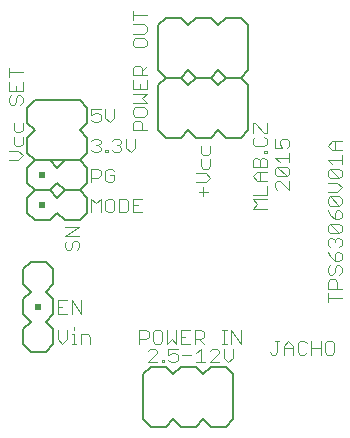
<source format=gbr>
G04 This is an RS-274x file exported by *
G04 gerbv version 2.6.0 *
G04 More information is available about gerbv at *
G04 http://gerbv.gpleda.org/ *
G04 --End of header info--*
%MOIN*%
%FSLAX34Y34*%
%IPPOS*%
G04 --Define apertures--*
%ADD10C,0.0040*%
%ADD11C,0.0060*%
%ADD12R,0.0200X0.0200*%
G04 --Start main section--*
G54D10*
G01X0002834Y0004930D02*
G01X0002987Y0005084D01*
G01X0002987Y0005084D02*
G01X0002987Y0005390D01*
G01X0003140Y0005237D02*
G01X0003217Y0005237D01*
G01X0003217Y0005237D02*
G01X0003217Y0004930D01*
G01X0003140Y0004930D02*
G01X0003294Y0004930D01*
G01X0003447Y0004930D02*
G01X0003447Y0005237D01*
G01X0003447Y0005237D02*
G01X0003678Y0005237D01*
G01X0003678Y0005237D02*
G01X0003754Y0005160D01*
G01X0003754Y0005160D02*
G01X0003754Y0004930D01*
G01X0003217Y0005390D02*
G01X0003217Y0005467D01*
G01X0003140Y0005930D02*
G01X0003140Y0006390D01*
G01X0003140Y0006390D02*
G01X0003447Y0005930D01*
G01X0003447Y0005930D02*
G01X0003447Y0006390D01*
G01X0002987Y0006390D02*
G01X0002680Y0006390D01*
G01X0002680Y0006390D02*
G01X0002680Y0005930D01*
G01X0002680Y0005930D02*
G01X0002987Y0005930D01*
G01X0002834Y0006160D02*
G01X0002680Y0006160D01*
G01X0002680Y0005390D02*
G01X0002680Y0005084D01*
G01X0002680Y0005084D02*
G01X0002834Y0004930D01*
G01X0005400Y0004930D02*
G01X0005400Y0005390D01*
G01X0005400Y0005390D02*
G01X0005631Y0005390D01*
G01X0005631Y0005390D02*
G01X0005707Y0005314D01*
G01X0005707Y0005314D02*
G01X0005707Y0005160D01*
G01X0005707Y0005160D02*
G01X0005631Y0005084D01*
G01X0005631Y0005084D02*
G01X0005400Y0005084D01*
G01X0005757Y0004765D02*
G01X0005680Y0004689D01*
G01X0005757Y0004765D02*
G01X0005910Y0004765D01*
G01X0005910Y0004765D02*
G01X0005987Y0004689D01*
G01X0005987Y0004689D02*
G01X0005987Y0004612D01*
G01X0005987Y0004612D02*
G01X0005680Y0004305D01*
G01X0005680Y0004305D02*
G01X0005987Y0004305D01*
G01X0006140Y0004305D02*
G01X0006140Y0004382D01*
G01X0006140Y0004382D02*
G01X0006217Y0004382D01*
G01X0006217Y0004382D02*
G01X0006217Y0004305D01*
G01X0006217Y0004305D02*
G01X0006140Y0004305D01*
G01X0006371Y0004382D02*
G01X0006447Y0004305D01*
G01X0006447Y0004305D02*
G01X0006601Y0004305D01*
G01X0006601Y0004305D02*
G01X0006678Y0004382D01*
G01X0006678Y0004382D02*
G01X0006678Y0004535D01*
G01X0006678Y0004535D02*
G01X0006601Y0004612D01*
G01X0006601Y0004612D02*
G01X0006524Y0004612D01*
G01X0006524Y0004612D02*
G01X0006371Y0004535D01*
G01X0006371Y0004535D02*
G01X0006371Y0004765D01*
G01X0006371Y0004765D02*
G01X0006678Y0004765D01*
G01X0006628Y0004930D02*
G01X0006628Y0005390D01*
G01X0006782Y0005390D02*
G01X0006782Y0004930D01*
G01X0006782Y0004930D02*
G01X0007088Y0004930D01*
G01X0007242Y0004930D02*
G01X0007242Y0005390D01*
G01X0007242Y0005390D02*
G01X0007472Y0005390D01*
G01X0007472Y0005390D02*
G01X0007549Y0005314D01*
G01X0007549Y0005314D02*
G01X0007549Y0005160D01*
G01X0007549Y0005160D02*
G01X0007472Y0005084D01*
G01X0007472Y0005084D02*
G01X0007242Y0005084D01*
G01X0007395Y0005084D02*
G01X0007549Y0004930D01*
G01X0007445Y0004765D02*
G01X0007445Y0004305D01*
G01X0007291Y0004305D02*
G01X0007598Y0004305D01*
G01X0007752Y0004305D02*
G01X0008059Y0004612D01*
G01X0008059Y0004612D02*
G01X0008059Y0004689D01*
G01X0008059Y0004689D02*
G01X0007982Y0004765D01*
G01X0007982Y0004765D02*
G01X0007829Y0004765D01*
G01X0007829Y0004765D02*
G01X0007752Y0004689D01*
G01X0007445Y0004765D02*
G01X0007291Y0004612D01*
G01X0007138Y0004535D02*
G01X0006831Y0004535D01*
G01X0006628Y0004930D02*
G01X0006475Y0005084D01*
G01X0006475Y0005084D02*
G01X0006321Y0004930D01*
G01X0006321Y0004930D02*
G01X0006321Y0005390D01*
G01X0006168Y0005314D02*
G01X0006091Y0005390D01*
G01X0006091Y0005390D02*
G01X0005937Y0005390D01*
G01X0005937Y0005390D02*
G01X0005861Y0005314D01*
G01X0005861Y0005314D02*
G01X0005861Y0005007D01*
G01X0005861Y0005007D02*
G01X0005937Y0004930D01*
G01X0005937Y0004930D02*
G01X0006091Y0004930D01*
G01X0006091Y0004930D02*
G01X0006168Y0005007D01*
G01X0006168Y0005007D02*
G01X0006168Y0005314D01*
G01X0006782Y0005390D02*
G01X0007088Y0005390D01*
G01X0006935Y0005160D02*
G01X0006782Y0005160D01*
G01X0007752Y0004305D02*
G01X0008059Y0004305D01*
G01X0008212Y0004459D02*
G01X0008366Y0004305D01*
G01X0008366Y0004305D02*
G01X0008519Y0004459D01*
G01X0008519Y0004459D02*
G01X0008519Y0004765D01*
G01X0008470Y0004930D02*
G01X0008470Y0005390D01*
G01X0008470Y0005390D02*
G01X0008777Y0004930D01*
G01X0008777Y0004930D02*
G01X0008777Y0005390D01*
G01X0008316Y0005390D02*
G01X0008163Y0005390D01*
G01X0008239Y0005390D02*
G01X0008239Y0004930D01*
G01X0008163Y0004930D02*
G01X0008316Y0004930D01*
G01X0008212Y0004765D02*
G01X0008212Y0004459D01*
G01X0009753Y0004632D02*
G01X0009830Y0004555D01*
G01X0009830Y0004555D02*
G01X0009907Y0004555D01*
G01X0009907Y0004555D02*
G01X0009983Y0004632D01*
G01X0009983Y0004632D02*
G01X0009983Y0005015D01*
G01X0009907Y0005015D02*
G01X0010060Y0005015D01*
G01X0010213Y0004862D02*
G01X0010367Y0005015D01*
G01X0010367Y0005015D02*
G01X0010520Y0004862D01*
G01X0010520Y0004862D02*
G01X0010520Y0004555D01*
G01X0010674Y0004632D02*
G01X0010751Y0004555D01*
G01X0010751Y0004555D02*
G01X0010904Y0004555D01*
G01X0010904Y0004555D02*
G01X0010981Y0004632D01*
G01X0011134Y0004555D02*
G01X0011134Y0005015D01*
G01X0010981Y0004939D02*
G01X0010904Y0005015D01*
G01X0010904Y0005015D02*
G01X0010751Y0005015D01*
G01X0010751Y0005015D02*
G01X0010674Y0004939D01*
G01X0010674Y0004939D02*
G01X0010674Y0004632D01*
G01X0010520Y0004785D02*
G01X0010213Y0004785D01*
G01X0010213Y0004862D02*
G01X0010213Y0004555D01*
G01X0011134Y0004785D02*
G01X0011441Y0004785D01*
G01X0011595Y0004939D02*
G01X0011595Y0004632D01*
G01X0011595Y0004632D02*
G01X0011671Y0004555D01*
G01X0011671Y0004555D02*
G01X0011825Y0004555D01*
G01X0011825Y0004555D02*
G01X0011902Y0004632D01*
G01X0011902Y0004632D02*
G01X0011902Y0004939D01*
G01X0011902Y0004939D02*
G01X0011825Y0005015D01*
G01X0011825Y0005015D02*
G01X0011671Y0005015D01*
G01X0011671Y0005015D02*
G01X0011595Y0004939D01*
G01X0011441Y0005015D02*
G01X0011441Y0004555D01*
G01X0011680Y0006305D02*
G01X0011680Y0006612D01*
G01X0011680Y0006459D02*
G01X0012140Y0006459D01*
G01X0012140Y0006765D02*
G01X0011680Y0006765D01*
G01X0011680Y0006765D02*
G01X0011680Y0006996D01*
G01X0011680Y0006996D02*
G01X0011756Y0007072D01*
G01X0011756Y0007072D02*
G01X0011910Y0007072D01*
G01X0011910Y0007072D02*
G01X0011987Y0006996D01*
G01X0011987Y0006996D02*
G01X0011987Y0006765D01*
G01X0012063Y0007226D02*
G01X0012140Y0007303D01*
G01X0012140Y0007303D02*
G01X0012140Y0007456D01*
G01X0012140Y0007456D02*
G01X0012063Y0007533D01*
G01X0012063Y0007533D02*
G01X0011987Y0007533D01*
G01X0011987Y0007533D02*
G01X0011910Y0007456D01*
G01X0011910Y0007456D02*
G01X0011910Y0007303D01*
G01X0011910Y0007303D02*
G01X0011833Y0007226D01*
G01X0011833Y0007226D02*
G01X0011756Y0007226D01*
G01X0011756Y0007226D02*
G01X0011680Y0007303D01*
G01X0011680Y0007303D02*
G01X0011680Y0007456D01*
G01X0011680Y0007456D02*
G01X0011756Y0007533D01*
G01X0011910Y0007686D02*
G01X0011910Y0007916D01*
G01X0011910Y0007916D02*
G01X0011987Y0007993D01*
G01X0011987Y0007993D02*
G01X0012063Y0007993D01*
G01X0012063Y0007993D02*
G01X0012140Y0007916D01*
G01X0012140Y0007916D02*
G01X0012140Y0007763D01*
G01X0012140Y0007763D02*
G01X0012063Y0007686D01*
G01X0012063Y0007686D02*
G01X0011910Y0007686D01*
G01X0011910Y0007686D02*
G01X0011756Y0007840D01*
G01X0011756Y0007840D02*
G01X0011680Y0007993D01*
G01X0011756Y0008147D02*
G01X0011680Y0008223D01*
G01X0011680Y0008223D02*
G01X0011680Y0008377D01*
G01X0011680Y0008377D02*
G01X0011756Y0008454D01*
G01X0011756Y0008454D02*
G01X0011833Y0008454D01*
G01X0011833Y0008454D02*
G01X0011910Y0008377D01*
G01X0011910Y0008377D02*
G01X0011987Y0008454D01*
G01X0011987Y0008454D02*
G01X0012063Y0008454D01*
G01X0012063Y0008454D02*
G01X0012140Y0008377D01*
G01X0012140Y0008377D02*
G01X0012140Y0008223D01*
G01X0012140Y0008223D02*
G01X0012063Y0008147D01*
G01X0011910Y0008300D02*
G01X0011910Y0008377D01*
G01X0011756Y0008607D02*
G01X0011680Y0008684D01*
G01X0011680Y0008684D02*
G01X0011680Y0008837D01*
G01X0011680Y0008837D02*
G01X0011756Y0008914D01*
G01X0011756Y0008914D02*
G01X0012063Y0008607D01*
G01X0012063Y0008607D02*
G01X0012140Y0008684D01*
G01X0012140Y0008684D02*
G01X0012140Y0008837D01*
G01X0012140Y0008837D02*
G01X0012063Y0008914D01*
G01X0012063Y0008914D02*
G01X0011756Y0008914D01*
G01X0011910Y0009067D02*
G01X0011910Y0009298D01*
G01X0011910Y0009298D02*
G01X0011987Y0009374D01*
G01X0011987Y0009374D02*
G01X0012063Y0009374D01*
G01X0012063Y0009374D02*
G01X0012140Y0009298D01*
G01X0012140Y0009298D02*
G01X0012140Y0009144D01*
G01X0012140Y0009144D02*
G01X0012063Y0009067D01*
G01X0012063Y0009067D02*
G01X0011910Y0009067D01*
G01X0011910Y0009067D02*
G01X0011756Y0009221D01*
G01X0011756Y0009221D02*
G01X0011680Y0009374D01*
G01X0011756Y0009528D02*
G01X0011680Y0009605D01*
G01X0011680Y0009605D02*
G01X0011680Y0009758D01*
G01X0011680Y0009758D02*
G01X0011756Y0009835D01*
G01X0011756Y0009835D02*
G01X0012063Y0009528D01*
G01X0012063Y0009528D02*
G01X0012140Y0009605D01*
G01X0012140Y0009605D02*
G01X0012140Y0009758D01*
G01X0012140Y0009758D02*
G01X0012063Y0009835D01*
G01X0012063Y0009835D02*
G01X0011756Y0009835D01*
G01X0011680Y0009988D02*
G01X0011987Y0009988D01*
G01X0011987Y0009988D02*
G01X0012140Y0010142D01*
G01X0012140Y0010142D02*
G01X0011987Y0010295D01*
G01X0011987Y0010295D02*
G01X0011680Y0010295D01*
G01X0011756Y0010449D02*
G01X0011680Y0010525D01*
G01X0011680Y0010525D02*
G01X0011680Y0010679D01*
G01X0011680Y0010679D02*
G01X0011756Y0010756D01*
G01X0011756Y0010756D02*
G01X0012063Y0010449D01*
G01X0012063Y0010449D02*
G01X0012140Y0010525D01*
G01X0012140Y0010525D02*
G01X0012140Y0010679D01*
G01X0012140Y0010679D02*
G01X0012063Y0010756D01*
G01X0012063Y0010756D02*
G01X0011756Y0010756D01*
G01X0011833Y0010909D02*
G01X0011680Y0011062D01*
G01X0011680Y0011062D02*
G01X0012140Y0011062D01*
G01X0012140Y0010909D02*
G01X0012140Y0011216D01*
G01X0012140Y0011369D02*
G01X0011833Y0011369D01*
G01X0011833Y0011369D02*
G01X0011680Y0011523D01*
G01X0011680Y0011523D02*
G01X0011833Y0011676D01*
G01X0011833Y0011676D02*
G01X0012140Y0011676D01*
G01X0011910Y0011676D02*
G01X0011910Y0011369D01*
G01X0012063Y0010449D02*
G01X0011756Y0010449D01*
G01X0011756Y0009528D02*
G01X0012063Y0009528D01*
G01X0012063Y0008607D02*
G01X0011756Y0008607D01*
G01X0010390Y0010055D02*
G01X0010083Y0010362D01*
G01X0010083Y0010362D02*
G01X0010006Y0010362D01*
G01X0010006Y0010362D02*
G01X0009930Y0010285D01*
G01X0009930Y0010285D02*
G01X0009930Y0010132D01*
G01X0009930Y0010132D02*
G01X0010006Y0010055D01*
G01X0010390Y0010055D02*
G01X0010390Y0010362D01*
G01X0010313Y0010515D02*
G01X0010006Y0010822D01*
G01X0010006Y0010822D02*
G01X0010313Y0010822D01*
G01X0010313Y0010822D02*
G01X0010390Y0010746D01*
G01X0010390Y0010746D02*
G01X0010390Y0010592D01*
G01X0010390Y0010592D02*
G01X0010313Y0010515D01*
G01X0010313Y0010515D02*
G01X0010006Y0010515D01*
G01X0010006Y0010515D02*
G01X0009930Y0010592D01*
G01X0009930Y0010592D02*
G01X0009930Y0010746D01*
G01X0009930Y0010746D02*
G01X0010006Y0010822D01*
G01X0010083Y0010976D02*
G01X0009930Y0011129D01*
G01X0009930Y0011129D02*
G01X0010390Y0011129D01*
G01X0010390Y0010976D02*
G01X0010390Y0011283D01*
G01X0010313Y0011436D02*
G01X0010390Y0011513D01*
G01X0010390Y0011513D02*
G01X0010390Y0011666D01*
G01X0010390Y0011666D02*
G01X0010313Y0011743D01*
G01X0010313Y0011743D02*
G01X0010160Y0011743D01*
G01X0010160Y0011743D02*
G01X0010083Y0011666D01*
G01X0010083Y0011666D02*
G01X0010083Y0011590D01*
G01X0010083Y0011590D02*
G01X0010160Y0011436D01*
G01X0010160Y0011436D02*
G01X0009930Y0011436D01*
G01X0009930Y0011436D02*
G01X0009930Y0011743D01*
G01X0009640Y0011732D02*
G01X0009640Y0011579D01*
G01X0009640Y0011579D02*
G01X0009563Y0011502D01*
G01X0009563Y0011502D02*
G01X0009256Y0011502D01*
G01X0009256Y0011502D02*
G01X0009180Y0011579D01*
G01X0009180Y0011579D02*
G01X0009180Y0011732D01*
G01X0009180Y0011732D02*
G01X0009256Y0011809D01*
G01X0009180Y0011962D02*
G01X0009180Y0012269D01*
G01X0009180Y0012269D02*
G01X0009256Y0012269D01*
G01X0009256Y0012269D02*
G01X0009563Y0011962D01*
G01X0009563Y0011962D02*
G01X0009640Y0011962D01*
G01X0009640Y0011962D02*
G01X0009640Y0012269D01*
G01X0009563Y0011809D02*
G01X0009640Y0011732D01*
G01X0009640Y0011348D02*
G01X0009563Y0011348D01*
G01X0009563Y0011348D02*
G01X0009563Y0011272D01*
G01X0009563Y0011272D02*
G01X0009640Y0011272D01*
G01X0009640Y0011272D02*
G01X0009640Y0011348D01*
G01X0009563Y0011118D02*
G01X0009640Y0011041D01*
G01X0009640Y0011041D02*
G01X0009640Y0010811D01*
G01X0009640Y0010811D02*
G01X0009180Y0010811D01*
G01X0009180Y0010811D02*
G01X0009180Y0011041D01*
G01X0009180Y0011041D02*
G01X0009256Y0011118D01*
G01X0009256Y0011118D02*
G01X0009333Y0011118D01*
G01X0009333Y0011118D02*
G01X0009410Y0011041D01*
G01X0009410Y0011041D02*
G01X0009410Y0010811D01*
G01X0009410Y0010658D02*
G01X0009410Y0010351D01*
G01X0009333Y0010351D02*
G01X0009180Y0010504D01*
G01X0009180Y0010504D02*
G01X0009333Y0010658D01*
G01X0009333Y0010658D02*
G01X0009640Y0010658D01*
G01X0009640Y0010351D02*
G01X0009333Y0010351D01*
G01X0009640Y0010197D02*
G01X0009640Y0009890D01*
G01X0009640Y0009890D02*
G01X0009180Y0009890D01*
G01X0009180Y0009737D02*
G01X0009640Y0009737D01*
G01X0009640Y0009430D02*
G01X0009180Y0009430D01*
G01X0009180Y0009430D02*
G01X0009333Y0009584D01*
G01X0009333Y0009584D02*
G01X0009180Y0009737D01*
G01X0009410Y0011041D02*
G01X0009487Y0011118D01*
G01X0009487Y0011118D02*
G01X0009563Y0011118D01*
G01X0007765Y0011066D02*
G01X0007765Y0010836D01*
G01X0007765Y0010836D02*
G01X0007688Y0010759D01*
G01X0007688Y0010759D02*
G01X0007535Y0010759D01*
G01X0007535Y0010759D02*
G01X0007458Y0010836D01*
G01X0007458Y0010836D02*
G01X0007458Y0011066D01*
G01X0007535Y0011220D02*
G01X0007688Y0011220D01*
G01X0007688Y0011220D02*
G01X0007765Y0011296D01*
G01X0007765Y0011296D02*
G01X0007765Y0011527D01*
G01X0007458Y0011527D02*
G01X0007458Y0011296D01*
G01X0007458Y0011296D02*
G01X0007535Y0011220D01*
G01X0007612Y0010606D02*
G01X0007305Y0010606D01*
G01X0007305Y0010299D02*
G01X0007612Y0010299D01*
G01X0007612Y0010299D02*
G01X0007765Y0010452D01*
G01X0007765Y0010452D02*
G01X0007612Y0010606D01*
G01X0007535Y0010145D02*
G01X0007535Y0009838D01*
G01X0007381Y0009992D02*
G01X0007688Y0009992D01*
G01X0005493Y0009765D02*
G01X0005186Y0009765D01*
G01X0005186Y0009765D02*
G01X0005186Y0009305D01*
G01X0005186Y0009305D02*
G01X0005493Y0009305D01*
G01X0005340Y0009535D02*
G01X0005186Y0009535D01*
G01X0005033Y0009382D02*
G01X0005033Y0009689D01*
G01X0005033Y0009689D02*
G01X0004956Y0009765D01*
G01X0004956Y0009765D02*
G01X0004726Y0009765D01*
G01X0004726Y0009765D02*
G01X0004726Y0009305D01*
G01X0004726Y0009305D02*
G01X0004956Y0009305D01*
G01X0004956Y0009305D02*
G01X0005033Y0009382D01*
G01X0004572Y0009382D02*
G01X0004572Y0009689D01*
G01X0004572Y0009689D02*
G01X0004496Y0009765D01*
G01X0004496Y0009765D02*
G01X0004342Y0009765D01*
G01X0004342Y0009765D02*
G01X0004265Y0009689D01*
G01X0004265Y0009689D02*
G01X0004265Y0009382D01*
G01X0004265Y0009382D02*
G01X0004342Y0009305D01*
G01X0004342Y0009305D02*
G01X0004496Y0009305D01*
G01X0004496Y0009305D02*
G01X0004572Y0009382D01*
G01X0004112Y0009305D02*
G01X0004112Y0009765D01*
G01X0004112Y0009765D02*
G01X0003959Y0009612D01*
G01X0003959Y0009612D02*
G01X0003805Y0009765D01*
G01X0003805Y0009765D02*
G01X0003805Y0009305D01*
G01X0003390Y0008822D02*
G01X0002930Y0008822D01*
G01X0002930Y0008515D02*
G01X0003390Y0008822D01*
G01X0003390Y0008515D02*
G01X0002930Y0008515D01*
G01X0003006Y0008362D02*
G01X0002930Y0008285D01*
G01X0002930Y0008285D02*
G01X0002930Y0008132D01*
G01X0002930Y0008132D02*
G01X0003006Y0008055D01*
G01X0003006Y0008055D02*
G01X0003083Y0008055D01*
G01X0003083Y0008055D02*
G01X0003160Y0008132D01*
G01X0003160Y0008132D02*
G01X0003160Y0008285D01*
G01X0003160Y0008285D02*
G01X0003237Y0008362D01*
G01X0003237Y0008362D02*
G01X0003313Y0008362D01*
G01X0003313Y0008362D02*
G01X0003390Y0008285D01*
G01X0003390Y0008285D02*
G01X0003390Y0008132D01*
G01X0003390Y0008132D02*
G01X0003313Y0008055D01*
G01X0003805Y0010305D02*
G01X0003805Y0010765D01*
G01X0003805Y0010765D02*
G01X0004035Y0010765D01*
G01X0004035Y0010765D02*
G01X0004112Y0010689D01*
G01X0004112Y0010689D02*
G01X0004112Y0010535D01*
G01X0004112Y0010535D02*
G01X0004035Y0010459D01*
G01X0004035Y0010459D02*
G01X0003805Y0010459D01*
G01X0004265Y0010382D02*
G01X0004342Y0010305D01*
G01X0004342Y0010305D02*
G01X0004496Y0010305D01*
G01X0004496Y0010305D02*
G01X0004572Y0010382D01*
G01X0004572Y0010382D02*
G01X0004572Y0010535D01*
G01X0004572Y0010535D02*
G01X0004419Y0010535D01*
G01X0004572Y0010689D02*
G01X0004496Y0010765D01*
G01X0004496Y0010765D02*
G01X0004342Y0010765D01*
G01X0004342Y0010765D02*
G01X0004265Y0010689D01*
G01X0004265Y0010689D02*
G01X0004265Y0010382D01*
G01X0004265Y0011305D02*
G01X0004342Y0011305D01*
G01X0004342Y0011305D02*
G01X0004342Y0011382D01*
G01X0004342Y0011382D02*
G01X0004265Y0011382D01*
G01X0004265Y0011382D02*
G01X0004265Y0011305D01*
G01X0004112Y0011382D02*
G01X0004112Y0011459D01*
G01X0004112Y0011459D02*
G01X0004035Y0011535D01*
G01X0004035Y0011535D02*
G01X0003959Y0011535D01*
G01X0004035Y0011535D02*
G01X0004112Y0011612D01*
G01X0004112Y0011612D02*
G01X0004112Y0011689D01*
G01X0004112Y0011689D02*
G01X0004035Y0011765D01*
G01X0004035Y0011765D02*
G01X0003882Y0011765D01*
G01X0003882Y0011765D02*
G01X0003805Y0011689D01*
G01X0003805Y0011382D02*
G01X0003882Y0011305D01*
G01X0003882Y0011305D02*
G01X0004035Y0011305D01*
G01X0004035Y0011305D02*
G01X0004112Y0011382D01*
G01X0004496Y0011382D02*
G01X0004572Y0011305D01*
G01X0004572Y0011305D02*
G01X0004726Y0011305D01*
G01X0004726Y0011305D02*
G01X0004803Y0011382D01*
G01X0004803Y0011382D02*
G01X0004803Y0011459D01*
G01X0004803Y0011459D02*
G01X0004726Y0011535D01*
G01X0004726Y0011535D02*
G01X0004649Y0011535D01*
G01X0004726Y0011535D02*
G01X0004803Y0011612D01*
G01X0004803Y0011612D02*
G01X0004803Y0011689D01*
G01X0004803Y0011689D02*
G01X0004726Y0011765D01*
G01X0004726Y0011765D02*
G01X0004572Y0011765D01*
G01X0004572Y0011765D02*
G01X0004496Y0011689D01*
G01X0004956Y0011765D02*
G01X0004956Y0011459D01*
G01X0004956Y0011459D02*
G01X0005109Y0011305D01*
G01X0005109Y0011305D02*
G01X0005263Y0011459D01*
G01X0005263Y0011459D02*
G01X0005263Y0011765D01*
G01X0005180Y0012037D02*
G01X0005180Y0012267D01*
G01X0005180Y0012267D02*
G01X0005256Y0012343D01*
G01X0005256Y0012343D02*
G01X0005410Y0012343D01*
G01X0005410Y0012343D02*
G01X0005487Y0012267D01*
G01X0005487Y0012267D02*
G01X0005487Y0012037D01*
G01X0005640Y0012037D02*
G01X0005180Y0012037D01*
G01X0005256Y0012497D02*
G01X0005563Y0012497D01*
G01X0005563Y0012497D02*
G01X0005640Y0012574D01*
G01X0005640Y0012574D02*
G01X0005640Y0012727D01*
G01X0005640Y0012727D02*
G01X0005563Y0012804D01*
G01X0005563Y0012804D02*
G01X0005256Y0012804D01*
G01X0005256Y0012804D02*
G01X0005180Y0012727D01*
G01X0005180Y0012727D02*
G01X0005180Y0012574D01*
G01X0005180Y0012574D02*
G01X0005256Y0012497D01*
G01X0005180Y0012957D02*
G01X0005640Y0012957D01*
G01X0005640Y0012957D02*
G01X0005487Y0013111D01*
G01X0005487Y0013111D02*
G01X0005640Y0013264D01*
G01X0005640Y0013264D02*
G01X0005180Y0013264D01*
G01X0005180Y0013418D02*
G01X0005640Y0013418D01*
G01X0005640Y0013418D02*
G01X0005640Y0013725D01*
G01X0005640Y0013878D02*
G01X0005180Y0013878D01*
G01X0005180Y0013878D02*
G01X0005180Y0014108D01*
G01X0005180Y0014108D02*
G01X0005256Y0014185D01*
G01X0005256Y0014185D02*
G01X0005410Y0014185D01*
G01X0005410Y0014185D02*
G01X0005487Y0014108D01*
G01X0005487Y0014108D02*
G01X0005487Y0013878D01*
G01X0005487Y0014031D02*
G01X0005640Y0014185D01*
G01X0005180Y0013725D02*
G01X0005180Y0013418D01*
G01X0005410Y0013418D02*
G01X0005410Y0013571D01*
G01X0004572Y0012765D02*
G01X0004572Y0012458D01*
G01X0004572Y0012458D02*
G01X0004419Y0012305D01*
G01X0004419Y0012305D02*
G01X0004265Y0012458D01*
G01X0004265Y0012458D02*
G01X0004265Y0012765D01*
G01X0004112Y0012765D02*
G01X0003805Y0012765D01*
G01X0003805Y0012765D02*
G01X0003805Y0012535D01*
G01X0003805Y0012535D02*
G01X0003959Y0012612D01*
G01X0003959Y0012612D02*
G01X0004035Y0012612D01*
G01X0004035Y0012612D02*
G01X0004112Y0012535D01*
G01X0004112Y0012535D02*
G01X0004112Y0012382D01*
G01X0004112Y0012382D02*
G01X0004035Y0012305D01*
G01X0004035Y0012305D02*
G01X0003882Y0012305D01*
G01X0003882Y0012305D02*
G01X0003805Y0012382D01*
G01X0001515Y0012283D02*
G01X0001515Y0012053D01*
G01X0001515Y0012053D02*
G01X0001438Y0011976D01*
G01X0001438Y0011976D02*
G01X0001285Y0011976D01*
G01X0001285Y0011976D02*
G01X0001208Y0012053D01*
G01X0001208Y0012053D02*
G01X0001208Y0012283D01*
G01X0001208Y0011822D02*
G01X0001208Y0011592D01*
G01X0001208Y0011592D02*
G01X0001285Y0011515D01*
G01X0001285Y0011515D02*
G01X0001438Y0011515D01*
G01X0001438Y0011515D02*
G01X0001515Y0011592D01*
G01X0001515Y0011592D02*
G01X0001515Y0011822D01*
G01X0001362Y0011362D02*
G01X0001055Y0011362D01*
G01X0001055Y0011055D02*
G01X0001362Y0011055D01*
G01X0001362Y0011055D02*
G01X0001515Y0011208D01*
G01X0001515Y0011208D02*
G01X0001362Y0011362D01*
G01X0001438Y0012897D02*
G01X0001515Y0012973D01*
G01X0001515Y0012973D02*
G01X0001515Y0013127D01*
G01X0001515Y0013127D02*
G01X0001438Y0013204D01*
G01X0001438Y0013204D02*
G01X0001362Y0013204D01*
G01X0001362Y0013204D02*
G01X0001285Y0013127D01*
G01X0001285Y0013127D02*
G01X0001285Y0012973D01*
G01X0001285Y0012973D02*
G01X0001208Y0012897D01*
G01X0001208Y0012897D02*
G01X0001131Y0012897D01*
G01X0001131Y0012897D02*
G01X0001055Y0012973D01*
G01X0001055Y0012973D02*
G01X0001055Y0013127D01*
G01X0001055Y0013127D02*
G01X0001131Y0013204D01*
G01X0001055Y0013357D02*
G01X0001515Y0013357D01*
G01X0001515Y0013357D02*
G01X0001515Y0013664D01*
G01X0001285Y0013510D02*
G01X0001285Y0013357D01*
G01X0001055Y0013357D02*
G01X0001055Y0013664D01*
G01X0001055Y0013817D02*
G01X0001055Y0014124D01*
G01X0001055Y0013971D02*
G01X0001515Y0013971D01*
G01X0005180Y0014876D02*
G01X0005256Y0014799D01*
G01X0005256Y0014799D02*
G01X0005563Y0014799D01*
G01X0005563Y0014799D02*
G01X0005640Y0014876D01*
G01X0005640Y0014876D02*
G01X0005640Y0015029D01*
G01X0005640Y0015029D02*
G01X0005563Y0015106D01*
G01X0005563Y0015106D02*
G01X0005256Y0015106D01*
G01X0005256Y0015106D02*
G01X0005180Y0015029D01*
G01X0005180Y0015029D02*
G01X0005180Y0014876D01*
G01X0005180Y0015259D02*
G01X0005563Y0015259D01*
G01X0005563Y0015259D02*
G01X0005640Y0015336D01*
G01X0005640Y0015336D02*
G01X0005640Y0015489D01*
G01X0005640Y0015489D02*
G01X0005563Y0015566D01*
G01X0005563Y0015566D02*
G01X0005180Y0015566D01*
G01X0005180Y0015720D02*
G01X0005180Y0016026D01*
G01X0005180Y0015873D02*
G01X0005640Y0015873D01*
G54D11*
G01X0002285Y0004660D02*
G01X0001785Y0004660D01*
G01X0001785Y0004660D02*
G01X0001535Y0004910D01*
G01X0001535Y0004910D02*
G01X0001535Y0005410D01*
G01X0001535Y0005410D02*
G01X0001785Y0005660D01*
G01X0001785Y0005660D02*
G01X0001535Y0005910D01*
G01X0001535Y0005910D02*
G01X0001535Y0006410D01*
G01X0001535Y0006410D02*
G01X0001785Y0006660D01*
G01X0001785Y0006660D02*
G01X0001535Y0006910D01*
G01X0001535Y0006910D02*
G01X0001535Y0007410D01*
G01X0001535Y0007410D02*
G01X0001785Y0007660D01*
G01X0001785Y0007660D02*
G01X0002285Y0007660D01*
G01X0002285Y0007660D02*
G01X0002535Y0007410D01*
G01X0002535Y0007410D02*
G01X0002535Y0006910D01*
G01X0002535Y0006910D02*
G01X0002285Y0006660D01*
G01X0002285Y0006660D02*
G01X0002535Y0006410D01*
G01X0002535Y0006410D02*
G01X0002535Y0005910D01*
G01X0002535Y0005910D02*
G01X0002285Y0005660D01*
G01X0002285Y0005660D02*
G01X0002535Y0005410D01*
G01X0002535Y0005410D02*
G01X0002535Y0004910D01*
G01X0002535Y0004910D02*
G01X0002285Y0004660D01*
G01X0005535Y0003910D02*
G01X0005535Y0002410D01*
G01X0005535Y0002410D02*
G01X0005785Y0002160D01*
G01X0005785Y0002160D02*
G01X0006285Y0002160D01*
G01X0006285Y0002160D02*
G01X0006535Y0002410D01*
G01X0006535Y0002410D02*
G01X0006785Y0002160D01*
G01X0006785Y0002160D02*
G01X0007285Y0002160D01*
G01X0007285Y0002160D02*
G01X0007535Y0002410D01*
G01X0007535Y0002410D02*
G01X0007785Y0002160D01*
G01X0007785Y0002160D02*
G01X0008285Y0002160D01*
G01X0008285Y0002160D02*
G01X0008535Y0002410D01*
G01X0008535Y0002410D02*
G01X0008535Y0003910D01*
G01X0008535Y0003910D02*
G01X0008285Y0004160D01*
G01X0008285Y0004160D02*
G01X0007785Y0004160D01*
G01X0007785Y0004160D02*
G01X0007535Y0003910D01*
G01X0007535Y0003910D02*
G01X0007285Y0004160D01*
G01X0007285Y0004160D02*
G01X0006785Y0004160D01*
G01X0006785Y0004160D02*
G01X0006535Y0003910D01*
G01X0006535Y0003910D02*
G01X0006285Y0004160D01*
G01X0006285Y0004160D02*
G01X0005785Y0004160D01*
G01X0005785Y0004160D02*
G01X0005535Y0003910D01*
G01X0003410Y0009035D02*
G01X0002910Y0009035D01*
G01X0002910Y0009035D02*
G01X0002660Y0009285D01*
G01X0002660Y0009285D02*
G01X0002410Y0009035D01*
G01X0002410Y0009035D02*
G01X0001910Y0009035D01*
G01X0001910Y0009035D02*
G01X0001660Y0009285D01*
G01X0001660Y0009285D02*
G01X0001660Y0009785D01*
G01X0001660Y0009785D02*
G01X0001910Y0010035D01*
G01X0001910Y0010035D02*
G01X0001660Y0010285D01*
G01X0001660Y0010285D02*
G01X0001660Y0010785D01*
G01X0001660Y0010785D02*
G01X0001910Y0011035D01*
G01X0001910Y0011035D02*
G01X0002410Y0011035D01*
G01X0002410Y0011035D02*
G01X0002660Y0010785D01*
G01X0002660Y0010785D02*
G01X0002910Y0011035D01*
G01X0002910Y0011035D02*
G01X0003410Y0011035D01*
G01X0003410Y0011035D02*
G01X0003660Y0010785D01*
G01X0003660Y0010785D02*
G01X0003660Y0010285D01*
G01X0003660Y0010285D02*
G01X0003410Y0010035D01*
G01X0003410Y0010035D02*
G01X0002910Y0010035D01*
G01X0002910Y0010035D02*
G01X0002660Y0010285D01*
G01X0002660Y0010285D02*
G01X0002410Y0010035D01*
G01X0002410Y0010035D02*
G01X0001910Y0010035D01*
G01X0001910Y0010035D02*
G01X0002410Y0010035D01*
G01X0002410Y0010035D02*
G01X0002660Y0009785D01*
G01X0002660Y0009785D02*
G01X0002910Y0010035D01*
G01X0002910Y0010035D02*
G01X0003410Y0010035D01*
G01X0003410Y0010035D02*
G01X0003660Y0009785D01*
G01X0003660Y0009785D02*
G01X0003660Y0009285D01*
G01X0003660Y0009285D02*
G01X0003410Y0009035D01*
G01X0003410Y0011035D02*
G01X0001910Y0011035D01*
G01X0001910Y0011035D02*
G01X0001660Y0011285D01*
G01X0001660Y0011285D02*
G01X0001660Y0011785D01*
G01X0001660Y0011785D02*
G01X0001910Y0012035D01*
G01X0001910Y0012035D02*
G01X0001660Y0012285D01*
G01X0001660Y0012285D02*
G01X0001660Y0012785D01*
G01X0001660Y0012785D02*
G01X0001910Y0013035D01*
G01X0001910Y0013035D02*
G01X0003410Y0013035D01*
G01X0003410Y0013035D02*
G01X0003660Y0012785D01*
G01X0003660Y0012785D02*
G01X0003660Y0012285D01*
G01X0003660Y0012285D02*
G01X0003410Y0012035D01*
G01X0003410Y0012035D02*
G01X0003660Y0011785D01*
G01X0003660Y0011785D02*
G01X0003660Y0011285D01*
G01X0003660Y0011285D02*
G01X0003410Y0011035D01*
G01X0006035Y0012035D02*
G01X0006285Y0011785D01*
G01X0006285Y0011785D02*
G01X0006785Y0011785D01*
G01X0006785Y0011785D02*
G01X0007035Y0012035D01*
G01X0007035Y0012035D02*
G01X0007285Y0011785D01*
G01X0007285Y0011785D02*
G01X0007785Y0011785D01*
G01X0007785Y0011785D02*
G01X0008035Y0012035D01*
G01X0008035Y0012035D02*
G01X0008285Y0011785D01*
G01X0008285Y0011785D02*
G01X0008785Y0011785D01*
G01X0008785Y0011785D02*
G01X0009035Y0012035D01*
G01X0009035Y0012035D02*
G01X0009035Y0013535D01*
G01X0009035Y0013535D02*
G01X0008785Y0013785D01*
G01X0008785Y0013785D02*
G01X0008285Y0013785D01*
G01X0008285Y0013785D02*
G01X0008035Y0013535D01*
G01X0008035Y0013535D02*
G01X0007785Y0013785D01*
G01X0007785Y0013785D02*
G01X0007285Y0013785D01*
G01X0007285Y0013785D02*
G01X0007035Y0013535D01*
G01X0007035Y0013535D02*
G01X0006785Y0013785D01*
G01X0006785Y0013785D02*
G01X0006285Y0013785D01*
G01X0006285Y0013785D02*
G01X0006035Y0013535D01*
G01X0006035Y0013535D02*
G01X0006035Y0012035D01*
G01X0006285Y0013785D02*
G01X0006035Y0014035D01*
G01X0006035Y0014035D02*
G01X0006035Y0015535D01*
G01X0006035Y0015535D02*
G01X0006285Y0015785D01*
G01X0006285Y0015785D02*
G01X0006785Y0015785D01*
G01X0006785Y0015785D02*
G01X0007035Y0015535D01*
G01X0007035Y0015535D02*
G01X0007285Y0015785D01*
G01X0007285Y0015785D02*
G01X0007785Y0015785D01*
G01X0007785Y0015785D02*
G01X0008035Y0015535D01*
G01X0008035Y0015535D02*
G01X0008285Y0015785D01*
G01X0008285Y0015785D02*
G01X0008785Y0015785D01*
G01X0008785Y0015785D02*
G01X0009035Y0015535D01*
G01X0009035Y0015535D02*
G01X0009035Y0014035D01*
G01X0009035Y0014035D02*
G01X0008785Y0013785D01*
G01X0008785Y0013785D02*
G01X0008285Y0013785D01*
G01X0008285Y0013785D02*
G01X0008035Y0014035D01*
G01X0008035Y0014035D02*
G01X0007785Y0013785D01*
G01X0007785Y0013785D02*
G01X0007285Y0013785D01*
G01X0007285Y0013785D02*
G01X0007035Y0014035D01*
G01X0007035Y0014035D02*
G01X0006785Y0013785D01*
G01X0006785Y0013785D02*
G01X0006285Y0013785D01*
G54D12*
G01X0002160Y0010535D03*
G01X0002160Y0009535D03*
G01X0002035Y0006160D03*
M02*

</source>
